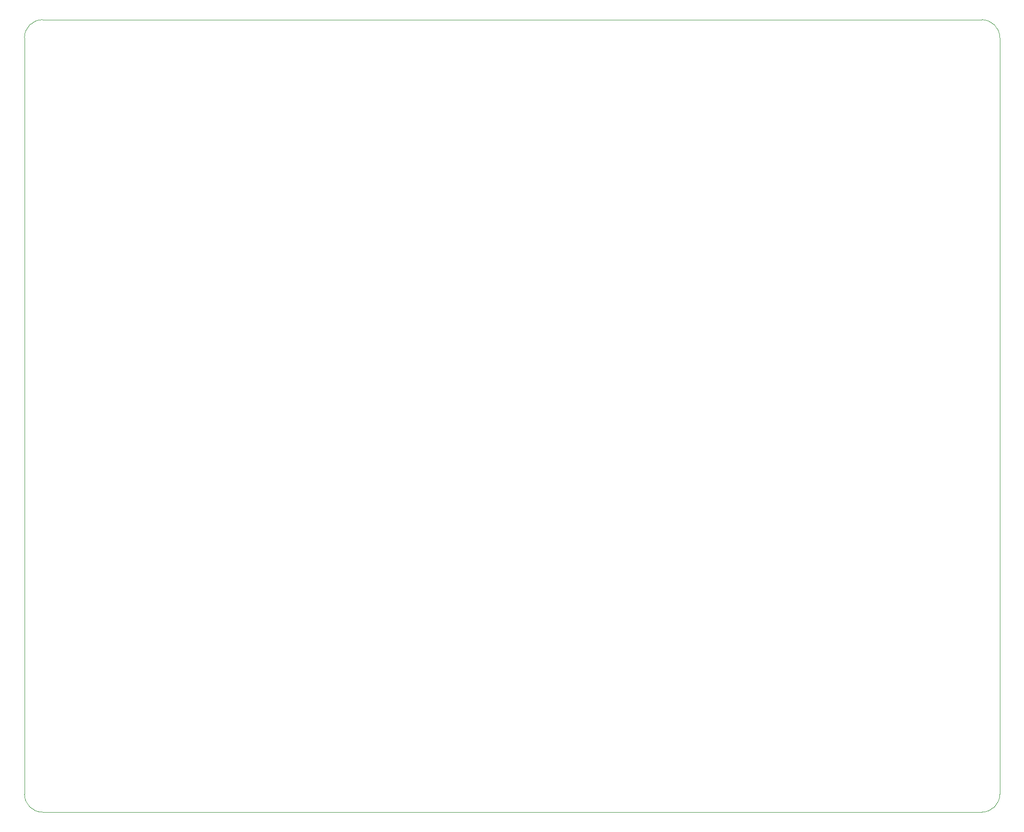
<source format=gbr>
G04*
G04 #@! TF.GenerationSoftware,Altium Limited,Altium Designer,25.0.2 (28)*
G04*
G04 Layer_Color=0*
%FSLAX25Y25*%
%MOIN*%
G70*
G04*
G04 #@! TF.SameCoordinates,7C83500D-BFB9-469C-A41D-0C693C3E1856*
G04*
G04*
G04 #@! TF.FilePolarity,Positive*
G04*
G01*
G75*
%ADD105C,0.00100*%
D105*
X24588Y78543D02*
Y612402D01*
D02*
G02*
X37187Y625000I12598J0D01*
G01*
X700000D01*
D02*
G02*
X712598Y612402I0J-12598D01*
G01*
Y78543D01*
D02*
G02*
X700000Y65945I-12598J0D01*
G01*
X37187D01*
D02*
G02*
X24588Y78543I0J12598D01*
G01*
M02*

</source>
